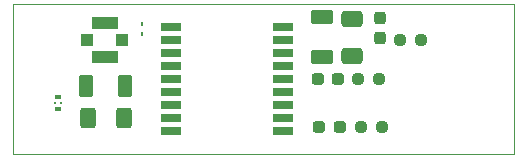
<source format=gbr>
%TF.GenerationSoftware,KiCad,Pcbnew,(6.0.9)*%
%TF.CreationDate,2022-12-24T19:37:37+02:00*%
%TF.ProjectId,GPSBoard,47505342-6f61-4726-942e-6b696361645f,rev?*%
%TF.SameCoordinates,Original*%
%TF.FileFunction,Paste,Top*%
%TF.FilePolarity,Positive*%
%FSLAX46Y46*%
G04 Gerber Fmt 4.6, Leading zero omitted, Abs format (unit mm)*
G04 Created by KiCad (PCBNEW (6.0.9)) date 2022-12-24 19:37:37*
%MOMM*%
%LPD*%
G01*
G04 APERTURE LIST*
G04 Aperture macros list*
%AMRoundRect*
0 Rectangle with rounded corners*
0 $1 Rounding radius*
0 $2 $3 $4 $5 $6 $7 $8 $9 X,Y pos of 4 corners*
0 Add a 4 corners polygon primitive as box body*
4,1,4,$2,$3,$4,$5,$6,$7,$8,$9,$2,$3,0*
0 Add four circle primitives for the rounded corners*
1,1,$1+$1,$2,$3*
1,1,$1+$1,$4,$5*
1,1,$1+$1,$6,$7*
1,1,$1+$1,$8,$9*
0 Add four rect primitives between the rounded corners*
20,1,$1+$1,$2,$3,$4,$5,0*
20,1,$1+$1,$4,$5,$6,$7,0*
20,1,$1+$1,$6,$7,$8,$9,0*
20,1,$1+$1,$8,$9,$2,$3,0*%
G04 Aperture macros list end*
%TA.AperFunction,Profile*%
%ADD10C,0.050000*%
%TD*%
%ADD11RoundRect,0.237500X0.237500X-0.287500X0.237500X0.287500X-0.237500X0.287500X-0.237500X-0.287500X0*%
%ADD12RoundRect,0.237500X-0.250000X-0.237500X0.250000X-0.237500X0.250000X0.237500X-0.250000X0.237500X0*%
%ADD13RoundRect,0.250000X0.362500X0.700000X-0.362500X0.700000X-0.362500X-0.700000X0.362500X-0.700000X0*%
%ADD14R,1.000000X1.000000*%
%ADD15R,2.200000X1.050000*%
%ADD16RoundRect,0.250000X-0.650000X0.412500X-0.650000X-0.412500X0.650000X-0.412500X0.650000X0.412500X0*%
%ADD17R,0.250000X0.360000*%
%ADD18RoundRect,0.237500X0.287500X0.237500X-0.287500X0.237500X-0.287500X-0.237500X0.287500X-0.237500X0*%
%ADD19RoundRect,0.250000X-0.400000X-0.625000X0.400000X-0.625000X0.400000X0.625000X-0.400000X0.625000X0*%
%ADD20R,0.600000X0.300000*%
%ADD21R,0.250000X0.190000*%
%ADD22RoundRect,0.250000X-0.700000X0.362500X-0.700000X-0.362500X0.700000X-0.362500X0.700000X0.362500X0*%
%ADD23R,1.800000X0.700000*%
%ADD24R,1.800000X0.800000*%
G04 APERTURE END LIST*
D10*
X70739000Y-62230000D02*
X113157000Y-62230000D01*
X113157000Y-62230000D02*
X113157000Y-74930000D01*
X113157000Y-74930000D02*
X70739000Y-74930000D01*
X70739000Y-74930000D02*
X70739000Y-62230000D01*
D11*
%TO.C,D4*%
X101854000Y-65151000D03*
X101854000Y-63401000D03*
%TD*%
D12*
%TO.C,R3*%
X100203000Y-72644000D03*
X102028000Y-72644000D03*
%TD*%
D13*
%TO.C,L2*%
X80264000Y-69215000D03*
X76939000Y-69215000D03*
%TD*%
D14*
%TO.C,J2*%
X80010000Y-65278000D03*
D15*
X78510000Y-66753000D03*
D14*
X77010000Y-65278000D03*
D15*
X78510000Y-63803000D03*
%TD*%
D16*
%TO.C,C1*%
X99441000Y-63500000D03*
X99441000Y-66625000D03*
%TD*%
D17*
%TO.C,D1*%
X81661000Y-63930000D03*
X81661000Y-64770000D03*
%TD*%
D12*
%TO.C,R2*%
X99949000Y-68580000D03*
X101774000Y-68580000D03*
%TD*%
D18*
%TO.C,D2*%
X98284000Y-68580000D03*
X96534000Y-68580000D03*
%TD*%
D19*
%TO.C,R1*%
X77089000Y-71882000D03*
X80189000Y-71882000D03*
%TD*%
D18*
%TO.C,D3*%
X98397000Y-72644000D03*
X96647000Y-72644000D03*
%TD*%
D20*
%TO.C,FL1*%
X74549000Y-70120000D03*
D21*
X74299000Y-70620000D03*
D20*
X74549000Y-71120000D03*
D21*
X74799000Y-70620000D03*
%TD*%
D12*
%TO.C,R4*%
X103505000Y-65278000D03*
X105330000Y-65278000D03*
%TD*%
D22*
%TO.C,L1*%
X96901000Y-63373000D03*
X96901000Y-66698000D03*
%TD*%
D23*
%TO.C,IC1*%
X93650000Y-72980000D03*
D24*
X93650000Y-71880000D03*
X93650000Y-70780000D03*
X93650000Y-69680000D03*
X93650000Y-68580000D03*
X93650000Y-67480000D03*
X93650000Y-66380000D03*
X93650000Y-65280000D03*
D23*
X93650000Y-64180000D03*
X84150000Y-64180000D03*
D24*
X84150000Y-65280000D03*
X84150000Y-66380000D03*
X84150000Y-67480000D03*
X84150000Y-68580000D03*
X84150000Y-69680000D03*
X84150000Y-70780000D03*
X84150000Y-71880000D03*
D23*
X84150000Y-72980000D03*
%TD*%
M02*

</source>
